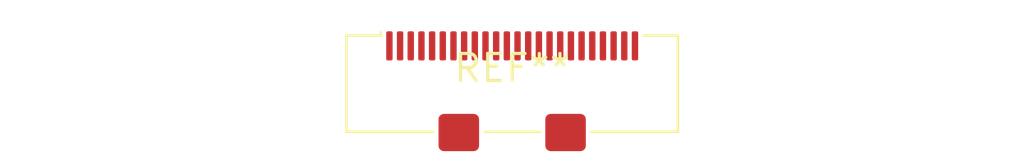
<source format=kicad_pcb>
(kicad_pcb (version 20240108) (generator pcbnew)
  (layers (0 "F.Cu" signal) (31 "B.Cu" signal) (34 "B.Paste" user) (35 "F.Paste" user) (36 "B.SilkS" user "B.Silkscreen") (37 "F.SilkS" user "F.Silkscreen") (38 "B.Mask" user) (39 "F.Mask" user) (44 "Edge.Cuts" user))
  (net 0 "")
  (footprint "Molex_502231-2400_1x24-1SH_P0.5mm_Vertical" (layer "F.Cu") (at 0 0)
    (property "Reference" "REF**")
    (property "Value" "Molex_502231-2400_1x24-1SH_P0.5mm_Vertical")
    (fp_line (start -7.76 2.99) (end -7.76 -1.53) (layer "F.SilkS") (stroke (width 0.12)))
    (fp_line (start -6.16 -1.53) (end -7.76 -1.53) (layer "F.SilkS") (stroke (width 0.12)))
    (fp_line (start -6.16 -1.53) (end -6.16 -1.7) (layer "F.SilkS") (stroke (width 0.12)))
    (fp_line (start -3.71 2.99) (end -7.76 2.99) (layer "F.SilkS") (stroke (width 0.12)))
    (fp_line (start -1.29 2.99) (end 1.29 2.99) (layer "F.SilkS") (stroke (width 0.12)))
    (fp_line (start 3.71 2.99) (end 7.76 2.99) (layer "F.SilkS") (stroke (width 0.12)))
    (fp_line (start 6.16 -1.53) (end 7.76 -1.53) (layer "F.SilkS") (stroke (width 0.12)))
    (fp_line (start 7.76 2.99) (end 7.76 -1.53) (layer "F.SilkS") (stroke (width 0.12)))
    (pad "1" smd roundrect (at -5.75 -1.045) (size 0.3 1.37) (layers "F.Cu" "F.Paste" "F.Mask"))
    (pad "2" smd roundrect (at -5.25 -1.045) (size 0.3 1.37) (layers "F.Cu" "F.Paste" "F.Mask"))
    (pad "3" smd roundrect (at -4.75 -1.045) (size 0.3 1.37) (layers "F.Cu" "F.Paste" "F.Mask"))
    (pad "4" smd roundrect (at -4.25 -1.045) (size 0.3 1.37) (layers "F.Cu" "F.Paste" "F.Mask"))
    (pad "5" smd roundrect (at -3.75 -1.045) (size 0.3 1.37) (layers "F.Cu" "F.Paste" "F.Mask"))
    (pad "6" smd roundrect (at -3.25 -1.045) (size 0.3 1.37) (layers "F.Cu" "F.Paste" "F.Mask"))
    (pad "7" smd roundrect (at -2.75 -1.045) (size 0.3 1.37) (layers "F.Cu" "F.Paste" "F.Mask"))
    (pad "8" smd roundrect (at -2.25 -1.045) (size 0.3 1.37) (layers "F.Cu" "F.Paste" "F.Mask"))
    (pad "9" smd roundrect (at -1.75 -1.045) (size 0.3 1.37) (layers "F.Cu" "F.Paste" "F.Mask"))
    (pad "10" smd roundrect (at -1.25 -1.045) (size 0.3 1.37) (layers "F.Cu" "F.Paste" "F.Mask"))
    (pad "11" smd roundrect (at -0.75 -1.045) (size 0.3 1.37) (layers "F.Cu" "F.Paste" "F.Mask"))
    (pad "12" smd roundrect (at -0.25 -1.045) (size 0.3 1.37) (layers "F.Cu" "F.Paste" "F.Mask"))
    (pad "13" smd roundrect (at 0.25 -1.045) (size 0.3 1.37) (layers "F.Cu" "F.Paste" "F.Mask"))
    (pad "14" smd roundrect (at 0.75 -1.045) (size 0.3 1.37) (layers "F.Cu" "F.Paste" "F.Mask"))
    (pad "15" smd roundrect (at 1.25 -1.045) (size 0.3 1.37) (layers "F.Cu" "F.Paste" "F.Mask"))
    (pad "16" smd roundrect (at 1.75 -1.045) (size 0.3 1.37) (layers "F.Cu" "F.Paste" "F.Mask"))
    (pad "17" smd roundrect (at 2.25 -1.045) (size 0.3 1.37) (layers "F.Cu" "F.Paste" "F.Mask"))
    (pad "18" smd roundrect (at 2.75 -1.045) (size 0.3 1.37) (layers "F.Cu" "F.Paste" "F.Mask"))
    (pad "19" smd roundrect (at 3.25 -1.045) (size 0.3 1.37) (layers "F.Cu" "F.Paste" "F.Mask"))
    (pad "20" smd roundrect (at 3.75 -1.045) (size 0.3 1.37) (layers "F.Cu" "F.Paste" "F.Mask"))
    (pad "21" smd roundrect (at 4.25 -1.045) (size 0.3 1.37) (layers "F.Cu" "F.Paste" "F.Mask"))
    (pad "22" smd roundrect (at 4.75 -1.045) (size 0.3 1.37) (layers "F.Cu" "F.Paste" "F.Mask"))
    (pad "23" smd roundrect (at 5.25 -1.045) (size 0.3 1.37) (layers "F.Cu" "F.Paste" "F.Mask"))
    (pad "24" smd roundrect (at 5.75 -1.045) (size 0.3 1.37) (layers "F.Cu" "F.Paste" "F.Mask"))
    (pad "SH" smd roundrect (at -2.5 3.025) (size 1.9 1.75) (layers "F.Cu" "F.Paste" "F.Mask") (roundrect_rratio 0.143))
    (pad "SH" smd roundrect (at 2.5 3.025) (size 1.9 1.75) (layers "F.Cu" "F.Paste" "F.Mask") (roundrect_rratio 0.143))
  )
)
</source>
